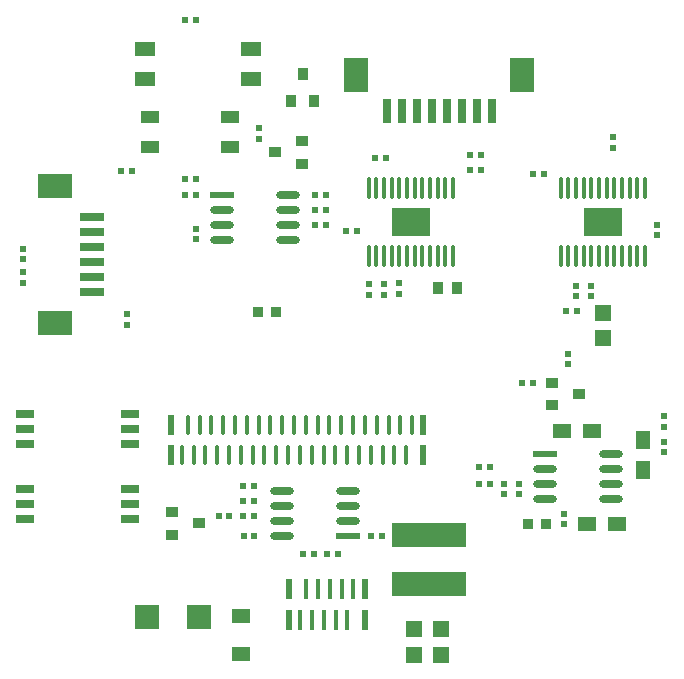
<source format=gtp>
G04*
G04 #@! TF.GenerationSoftware,Altium Limited,Altium Designer,18.0.7 (293)*
G04*
G04 Layer_Color=8421504*
%FSLAX44Y44*%
%MOMM*%
G71*
G01*
G75*
%ADD18R,0.8890X1.0160*%
%ADD19R,0.6000X0.5000*%
%ADD20R,0.8128X0.8128*%
%ADD21R,1.6002X1.2954*%
%ADD22R,0.5000X0.6000*%
%ADD23R,1.2954X1.6002*%
%ADD24R,1.3970X1.3970*%
%ADD25R,1.6000X1.2000*%
%ADD26R,2.0320X0.6096*%
%ADD27O,2.0320X0.6096*%
%ADD28R,3.2800X2.4000*%
%ADD29O,0.3500X2.0000*%
%ADD30R,1.0668X0.8128*%
%ADD31R,0.8128X1.0668*%
%ADD32R,0.5000X1.7000*%
G04:AMPARAMS|DCode=33|XSize=0.4mm|YSize=1.7mm|CornerRadius=0.1mm|HoleSize=0mm|Usage=FLASHONLY|Rotation=0.000|XOffset=0mm|YOffset=0mm|HoleType=Round|Shape=RoundedRectangle|*
%AMROUNDEDRECTD33*
21,1,0.4000,1.5000,0,0,0.0*
21,1,0.2000,1.7000,0,0,0.0*
1,1,0.2000,0.1000,-0.7500*
1,1,0.2000,-0.1000,-0.7500*
1,1,0.2000,-0.1000,0.7500*
1,1,0.2000,0.1000,0.7500*
%
%ADD33ROUNDEDRECTD33*%
%ADD34R,0.4000X1.7000*%
%ADD35R,1.8000X1.2000*%
%ADD36R,6.3000X2.1500*%
G04:AMPARAMS|DCode=37|XSize=2mm|YSize=2mm|CornerRadius=0mm|HoleSize=0mm|Usage=FLASHONLY|Rotation=0.000|XOffset=0mm|YOffset=0mm|HoleType=Round|Shape=RoundedRectangle|*
%AMROUNDEDRECTD37*
21,1,2.0000,2.0000,0,0,0.0*
21,1,2.0000,2.0000,0,0,0.0*
1,1,0.0000,1.0000,-1.0000*
1,1,0.0000,-1.0000,-1.0000*
1,1,0.0000,-1.0000,1.0000*
1,1,0.0000,1.0000,1.0000*
%
%ADD37ROUNDEDRECTD37*%
%ADD38R,0.8000X2.1000*%
%ADD39R,2.1000X3.0000*%
%ADD40R,1.5200X0.7600*%
%ADD41R,1.6000X1.0000*%
%ADD42R,3.0000X2.1000*%
%ADD43R,2.1000X0.8000*%
G04:AMPARAMS|DCode=44|XSize=0.32mm|YSize=1.7mm|CornerRadius=0.08mm|HoleSize=0mm|Usage=FLASHONLY|Rotation=0.000|XOffset=0mm|YOffset=0mm|HoleType=Round|Shape=RoundedRectangle|*
%AMROUNDEDRECTD44*
21,1,0.3200,1.5400,0,0,0.0*
21,1,0.1600,1.7000,0,0,0.0*
1,1,0.1600,0.0800,-0.7700*
1,1,0.1600,-0.0800,-0.7700*
1,1,0.1600,-0.0800,0.7700*
1,1,0.1600,0.0800,0.7700*
%
%ADD44ROUNDEDRECTD44*%
D18*
X109923Y47915D02*
D03*
X93921D02*
D03*
D19*
X223520Y41220D02*
D03*
Y50220D02*
D03*
X200901Y-142820D02*
D03*
Y-151820D02*
D03*
X285750Y-69270D02*
D03*
Y-60270D02*
D03*
X149860Y-117420D02*
D03*
Y-126420D02*
D03*
X162560D02*
D03*
Y-117420D02*
D03*
X285750Y-90860D02*
D03*
Y-81860D02*
D03*
X61370Y43415D02*
D03*
Y52415D02*
D03*
X48260Y42490D02*
D03*
Y51490D02*
D03*
X35560Y42414D02*
D03*
Y51414D02*
D03*
X-169075Y16900D02*
D03*
Y25900D02*
D03*
X210930Y41220D02*
D03*
Y50220D02*
D03*
X-111070Y98480D02*
D03*
Y89480D02*
D03*
X204470Y-16375D02*
D03*
Y-7375D02*
D03*
X242570Y166950D02*
D03*
Y175950D02*
D03*
X279400Y102000D02*
D03*
Y93000D02*
D03*
X-57730Y183570D02*
D03*
Y174570D02*
D03*
X-257160Y72500D02*
D03*
Y81500D02*
D03*
Y61650D02*
D03*
Y52650D02*
D03*
D20*
X-42567Y27960D02*
D03*
X-57807D02*
D03*
X169989Y-151130D02*
D03*
X185229D02*
D03*
D21*
X199390Y-72390D02*
D03*
X224790D02*
D03*
X245852Y-151920D02*
D03*
X220452D02*
D03*
D22*
X128850Y-102870D02*
D03*
X137850D02*
D03*
Y-117420D02*
D03*
X128850D02*
D03*
X-9580Y127340D02*
D03*
X-580D02*
D03*
X9580Y-176530D02*
D03*
X580D02*
D03*
X-9580Y101940D02*
D03*
X-580D02*
D03*
X-9580Y114300D02*
D03*
X-580D02*
D03*
X-70461Y-161630D02*
D03*
X-61461D02*
D03*
X-70540Y-144780D02*
D03*
X-61540D02*
D03*
X46370Y-161630D02*
D03*
X37370D02*
D03*
X183760Y144780D02*
D03*
X174760D02*
D03*
X16330Y96520D02*
D03*
X25330D02*
D03*
X211510Y28866D02*
D03*
X202510D02*
D03*
X50220Y158750D02*
D03*
X41220D02*
D03*
X130230Y161290D02*
D03*
X121230D02*
D03*
X130230Y148590D02*
D03*
X121230D02*
D03*
X-111070Y275590D02*
D03*
X-120070D02*
D03*
X-165100Y147320D02*
D03*
X-174100D02*
D03*
X165680Y-31750D02*
D03*
X174680D02*
D03*
X-82440Y-144780D02*
D03*
X-91440D02*
D03*
X-19740Y-176530D02*
D03*
X-10740D02*
D03*
X-61885Y-119380D02*
D03*
X-70885D02*
D03*
X-61540Y-132027D02*
D03*
X-70540D02*
D03*
X-120070Y127340D02*
D03*
X-111070D02*
D03*
Y140970D02*
D03*
X-120070D02*
D03*
D23*
X267970Y-80010D02*
D03*
Y-105410D02*
D03*
D24*
X96922Y-240475D02*
D03*
Y-262065D02*
D03*
X73980Y-240475D02*
D03*
Y-262065D02*
D03*
X233810Y27305D02*
D03*
Y5715D02*
D03*
D25*
X-72730Y-261688D02*
D03*
Y-229688D02*
D03*
D26*
X184860Y-92369D02*
D03*
X-88371Y127340D02*
D03*
X17640Y-161630D02*
D03*
D27*
X184860Y-105070D02*
D03*
Y-117769D02*
D03*
Y-130470D02*
D03*
X240740D02*
D03*
Y-117769D02*
D03*
Y-105070D02*
D03*
Y-92369D02*
D03*
X-32490Y127340D02*
D03*
Y114641D02*
D03*
Y101940D02*
D03*
Y89241D02*
D03*
X-88371D02*
D03*
Y101940D02*
D03*
Y114641D02*
D03*
X-38240Y-161630D02*
D03*
Y-148931D02*
D03*
Y-136230D02*
D03*
Y-123531D02*
D03*
X17640D02*
D03*
Y-136230D02*
D03*
Y-148931D02*
D03*
D28*
X233680Y104140D02*
D03*
X71120D02*
D03*
D29*
X197930Y75140D02*
D03*
X204430D02*
D03*
X197930Y133140D02*
D03*
X204430D02*
D03*
X262930Y75140D02*
D03*
X269430D02*
D03*
X262930Y133140D02*
D03*
X269430D02*
D03*
X256430D02*
D03*
X249930D02*
D03*
X243430D02*
D03*
X236930D02*
D03*
X230430D02*
D03*
X223930D02*
D03*
X217430D02*
D03*
X210930D02*
D03*
X256430Y75140D02*
D03*
X249930D02*
D03*
X243430D02*
D03*
X236930D02*
D03*
X230430D02*
D03*
X223930D02*
D03*
X217430D02*
D03*
X210930D02*
D03*
X48370D02*
D03*
X54870D02*
D03*
X61370D02*
D03*
X67870D02*
D03*
X74370D02*
D03*
X80870D02*
D03*
X87370D02*
D03*
X93870D02*
D03*
X48370Y133140D02*
D03*
X54870D02*
D03*
X61370D02*
D03*
X67870D02*
D03*
X74370D02*
D03*
X80870D02*
D03*
X87370D02*
D03*
X93870D02*
D03*
X106870D02*
D03*
X100370D02*
D03*
X106870Y75140D02*
D03*
X100370D02*
D03*
X41870Y133140D02*
D03*
X35370D02*
D03*
X41870Y75140D02*
D03*
X35370D02*
D03*
D30*
X-107988Y-151079D02*
D03*
X-130924Y-160617D02*
D03*
Y-141542D02*
D03*
X213436Y-41288D02*
D03*
X190500Y-50825D02*
D03*
Y-31750D02*
D03*
X-21287Y153701D02*
D03*
Y172777D02*
D03*
X-44223Y163239D02*
D03*
D31*
X-29908Y206896D02*
D03*
X-10833D02*
D03*
X-20371Y229832D02*
D03*
D32*
X-32000Y-232710D02*
D03*
Y-206710D02*
D03*
X32000D02*
D03*
Y-232710D02*
D03*
X81770Y-67310D02*
D03*
Y-93310D02*
D03*
X-132230D02*
D03*
Y-67310D02*
D03*
D33*
X22500Y-206710D02*
D03*
X12500D02*
D03*
X2500D02*
D03*
X-7500D02*
D03*
X-17500D02*
D03*
X17500Y-232710D02*
D03*
X7500D02*
D03*
X-2500D02*
D03*
X-12500D02*
D03*
D34*
X-22500D02*
D03*
D35*
X-154160Y224833D02*
D03*
Y250233D02*
D03*
X-64160Y250233D02*
D03*
X-64160Y224833D02*
D03*
D36*
X86360Y-202360D02*
D03*
Y-160860D02*
D03*
D37*
X-152216Y-229870D02*
D03*
X-108216D02*
D03*
D38*
X76300Y197860D02*
D03*
X114200D02*
D03*
X101500D02*
D03*
X89000D02*
D03*
X126900D02*
D03*
X139600D02*
D03*
X63600D02*
D03*
X50900D02*
D03*
D39*
X165650Y228860D02*
D03*
X24850D02*
D03*
D40*
X-166370Y-147233D02*
D03*
Y-134550D02*
D03*
Y-121850D02*
D03*
Y-83750D02*
D03*
Y-71050D02*
D03*
Y-58350D02*
D03*
X-255270Y-58490D02*
D03*
Y-71190D02*
D03*
Y-83890D02*
D03*
Y-121990D02*
D03*
Y-134690D02*
D03*
Y-147390D02*
D03*
D41*
X-149860Y167640D02*
D03*
Y193040D02*
D03*
X-81860Y193040D02*
D03*
Y167640D02*
D03*
D42*
X-229970Y19050D02*
D03*
X-229970Y134450D02*
D03*
D43*
X-198970Y45300D02*
D03*
X-198970Y57800D02*
D03*
X-198970Y95700D02*
D03*
X-198970Y108200D02*
D03*
X-198970Y83000D02*
D03*
X-198970Y70500D02*
D03*
D44*
X17270Y-93310D02*
D03*
X27270D02*
D03*
X37270D02*
D03*
X22270Y-67310D02*
D03*
X32270D02*
D03*
X42270D02*
D03*
X72270D02*
D03*
X62270D02*
D03*
X52270D02*
D03*
X67270Y-93310D02*
D03*
X57270D02*
D03*
X47270D02*
D03*
X-42730D02*
D03*
X-32730D02*
D03*
X-22730D02*
D03*
X-12730D02*
D03*
X-2730D02*
D03*
X7270D02*
D03*
X-37730Y-67310D02*
D03*
X-27730D02*
D03*
X-17730D02*
D03*
X-7730D02*
D03*
X2270D02*
D03*
X12270D02*
D03*
X-47730D02*
D03*
X-57730D02*
D03*
X-67730D02*
D03*
X-77730D02*
D03*
X-87730D02*
D03*
X-97730D02*
D03*
X-107730D02*
D03*
X-117730D02*
D03*
X-52730Y-93310D02*
D03*
X-62730D02*
D03*
X-72730D02*
D03*
X-82730D02*
D03*
X-92730D02*
D03*
X-102730D02*
D03*
X-112730D02*
D03*
X-122730D02*
D03*
M02*

</source>
